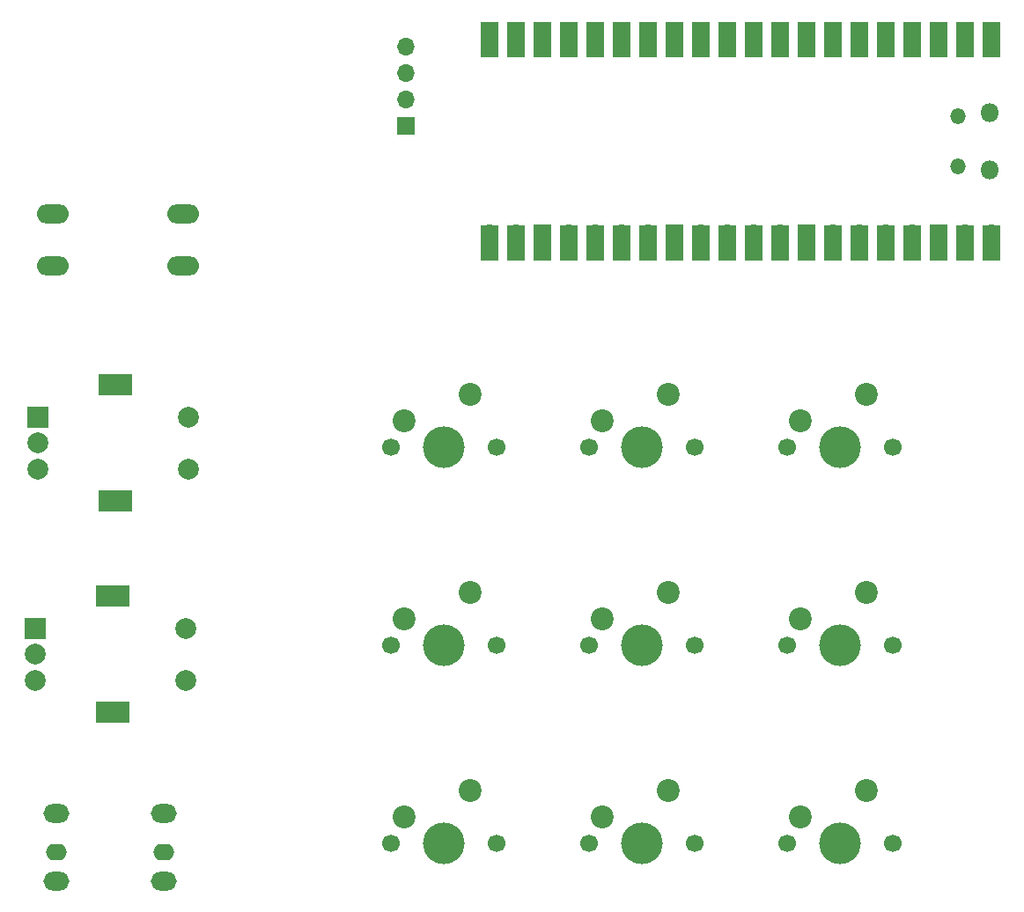
<source format=gbr>
%TF.GenerationSoftware,KiCad,Pcbnew,8.0.0*%
%TF.CreationDate,2024-04-03T12:08:00-04:00*%
%TF.ProjectId,macropad,6d616372-6f70-4616-942e-6b696361645f,rev?*%
%TF.SameCoordinates,Original*%
%TF.FileFunction,Soldermask,Top*%
%TF.FilePolarity,Negative*%
%FSLAX46Y46*%
G04 Gerber Fmt 4.6, Leading zero omitted, Abs format (unit mm)*
G04 Created by KiCad (PCBNEW 8.0.0) date 2024-04-03 12:08:00*
%MOMM*%
%LPD*%
G01*
G04 APERTURE LIST*
%ADD10C,1.700000*%
%ADD11C,4.000000*%
%ADD12C,2.200000*%
%ADD13R,2.000000X2.000000*%
%ADD14C,2.000000*%
%ADD15R,3.200000X2.000000*%
%ADD16R,1.700000X1.700000*%
%ADD17O,1.700000X1.700000*%
%ADD18O,3.048000X1.850000*%
%ADD19O,1.800000X1.800000*%
%ADD20O,1.500000X1.500000*%
%ADD21R,1.700000X3.500000*%
%ADD22O,2.499360X1.800860*%
%ADD23O,1.998980X1.600200*%
G04 APERTURE END LIST*
D10*
%TO.C,SW8*%
X206248000Y-103886000D03*
D11*
X211328000Y-103886000D03*
D10*
X216408000Y-103886000D03*
D12*
X213868000Y-98806000D03*
X207518000Y-101346000D03*
%TD*%
D13*
%TO.C,SW11*%
X134134000Y-81942000D03*
D14*
X134134000Y-86942000D03*
X134134000Y-84442000D03*
D15*
X141634000Y-78842000D03*
X141634000Y-90042000D03*
D14*
X148634000Y-86942000D03*
X148634000Y-81942000D03*
%TD*%
D10*
%TO.C,SW4*%
X187198000Y-84836000D03*
D11*
X192278000Y-84836000D03*
D10*
X197358000Y-84836000D03*
D12*
X194818000Y-79756000D03*
X188468000Y-82296000D03*
%TD*%
D10*
%TO.C,SW2*%
X168148000Y-103886000D03*
D11*
X173228000Y-103886000D03*
D10*
X178308000Y-103886000D03*
D12*
X175768000Y-98806000D03*
X169418000Y-101346000D03*
%TD*%
D13*
%TO.C,SW10*%
X133880000Y-102262000D03*
D14*
X133880000Y-107262000D03*
X133880000Y-104762000D03*
D15*
X141380000Y-99162000D03*
X141380000Y-110362000D03*
D14*
X148380000Y-107262000D03*
X148380000Y-102262000D03*
%TD*%
D10*
%TO.C,SW5*%
X187198000Y-103886000D03*
D11*
X192278000Y-103886000D03*
D10*
X197358000Y-103886000D03*
D12*
X194818000Y-98806000D03*
X188468000Y-101346000D03*
%TD*%
D16*
%TO.C,J1*%
X169578000Y-53942000D03*
D17*
X169578000Y-51402000D03*
X169578000Y-48862000D03*
X169578000Y-46322000D03*
%TD*%
D10*
%TO.C,SW3*%
X168148000Y-122936000D03*
D11*
X173228000Y-122936000D03*
D10*
X178308000Y-122936000D03*
D12*
X175768000Y-117856000D03*
X169418000Y-120396000D03*
%TD*%
D10*
%TO.C,SW7*%
X206248000Y-84836000D03*
D11*
X211328000Y-84836000D03*
D10*
X216408000Y-84836000D03*
D12*
X213868000Y-79756000D03*
X207518000Y-82296000D03*
%TD*%
D10*
%TO.C,SW6*%
X187198000Y-122936000D03*
D11*
X192278000Y-122936000D03*
D10*
X197358000Y-122936000D03*
D12*
X194818000Y-117856000D03*
X188468000Y-120396000D03*
%TD*%
D10*
%TO.C,SW9*%
X206248000Y-122936000D03*
D11*
X211328000Y-122936000D03*
D10*
X216408000Y-122936000D03*
D12*
X213868000Y-117856000D03*
X207518000Y-120396000D03*
%TD*%
D18*
%TO.C,SW12*%
X135652000Y-62384000D03*
X148152000Y-62384000D03*
X135652000Y-67384000D03*
X148152000Y-67384000D03*
%TD*%
D10*
%TO.C,SW1*%
X168148000Y-84836000D03*
D11*
X173228000Y-84836000D03*
D10*
X178308000Y-84836000D03*
D12*
X175768000Y-79756000D03*
X169418000Y-82296000D03*
%TD*%
D19*
%TO.C,U1*%
X225712000Y-52692000D03*
D20*
X222682000Y-52992000D03*
X222682000Y-57842000D03*
D19*
X225712000Y-58142000D03*
D17*
X225842000Y-46527000D03*
D21*
X225842000Y-45627000D03*
D17*
X223302000Y-46527000D03*
D21*
X223302000Y-45627000D03*
D16*
X220762000Y-46527000D03*
D21*
X220762000Y-45627000D03*
D17*
X218222000Y-46527000D03*
D21*
X218222000Y-45627000D03*
D17*
X215682000Y-46527000D03*
D21*
X215682000Y-45627000D03*
D17*
X213142000Y-46527000D03*
D21*
X213142000Y-45627000D03*
D17*
X210602000Y-46527000D03*
D21*
X210602000Y-45627000D03*
D16*
X208062000Y-46527000D03*
D21*
X208062000Y-45627000D03*
D17*
X205522000Y-46527000D03*
D21*
X205522000Y-45627000D03*
D17*
X202982000Y-46527000D03*
D21*
X202982000Y-45627000D03*
D17*
X200442000Y-46527000D03*
D21*
X200442000Y-45627000D03*
D17*
X197902000Y-46527000D03*
D21*
X197902000Y-45627000D03*
D16*
X195362000Y-46527000D03*
D21*
X195362000Y-45627000D03*
D17*
X192822000Y-46527000D03*
D21*
X192822000Y-45627000D03*
D17*
X190282000Y-46527000D03*
D21*
X190282000Y-45627000D03*
D17*
X187742000Y-46527000D03*
D21*
X187742000Y-45627000D03*
D17*
X185202000Y-46527000D03*
D21*
X185202000Y-45627000D03*
D16*
X182662000Y-46527000D03*
D21*
X182662000Y-45627000D03*
D17*
X180122000Y-46527000D03*
D21*
X180122000Y-45627000D03*
D17*
X177582000Y-46527000D03*
D21*
X177582000Y-45627000D03*
D17*
X177582000Y-64307000D03*
D21*
X177582000Y-65207000D03*
D17*
X180122000Y-64307000D03*
D21*
X180122000Y-65207000D03*
D16*
X182662000Y-64307000D03*
D21*
X182662000Y-65207000D03*
D17*
X185202000Y-64307000D03*
D21*
X185202000Y-65207000D03*
D17*
X187742000Y-64307000D03*
D21*
X187742000Y-65207000D03*
D17*
X190282000Y-64307000D03*
D21*
X190282000Y-65207000D03*
D17*
X192822000Y-64307000D03*
D21*
X192822000Y-65207000D03*
D16*
X195362000Y-64307000D03*
D21*
X195362000Y-65207000D03*
D17*
X197902000Y-64307000D03*
D21*
X197902000Y-65207000D03*
D17*
X200442000Y-64307000D03*
D21*
X200442000Y-65207000D03*
D17*
X202982000Y-64307000D03*
D21*
X202982000Y-65207000D03*
D17*
X205522000Y-64307000D03*
D21*
X205522000Y-65207000D03*
D16*
X208062000Y-64307000D03*
D21*
X208062000Y-65207000D03*
D17*
X210602000Y-64307000D03*
D21*
X210602000Y-65207000D03*
D17*
X213142000Y-64307000D03*
D21*
X213142000Y-65207000D03*
D17*
X215682000Y-64307000D03*
D21*
X215682000Y-65207000D03*
D17*
X218222000Y-64307000D03*
D21*
X218222000Y-65207000D03*
D16*
X220762000Y-64307000D03*
D21*
X220762000Y-65207000D03*
D17*
X223302000Y-64307000D03*
D21*
X223302000Y-65207000D03*
D17*
X225842000Y-64307000D03*
D21*
X225842000Y-65207000D03*
%TD*%
D22*
%TO.C,U2*%
X135978880Y-120052800D03*
D23*
X135978880Y-123754000D03*
D22*
X135978880Y-126555200D03*
X146281120Y-126555200D03*
D23*
X146281120Y-123754000D03*
D22*
X146281120Y-120052800D03*
%TD*%
M02*

</source>
